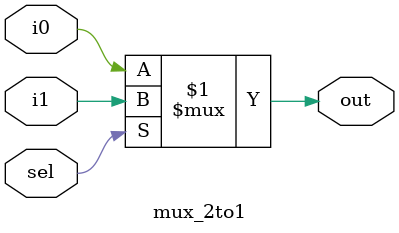
<source format=v>
module basic_gates(a, b, and_out, or_out, xor_out);
    input a, b;
    output and_out, or_out, xor_out;

    assign and_out = a & b;
    assign or_out = a | b;
    assign xor_out = a ^ b;
endmodule

module mux_2to1(i0, i1, sel, out);
    input i0, i1, sel;
    output out;

    assign out = sel ? i1 : i0;
endmodule

</source>
